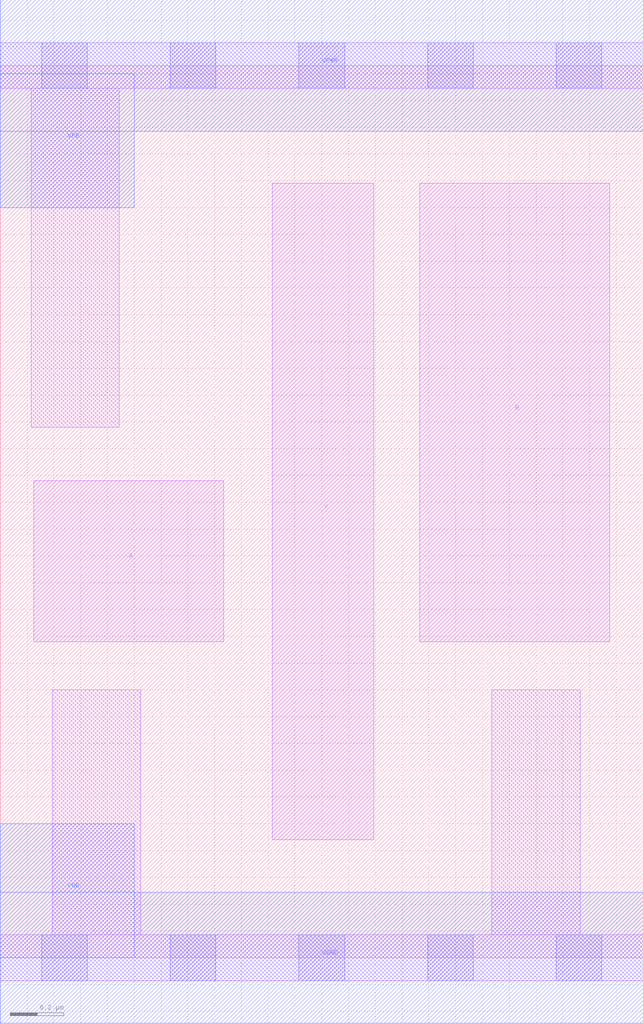
<source format=lef>
# Copyright 2020 The SkyWater PDK Authors
#
# Licensed under the Apache License, Version 2.0 (the "License");
# you may not use this file except in compliance with the License.
# You may obtain a copy of the License at
#
#     https://www.apache.org/licenses/LICENSE-2.0
#
# Unless required by applicable law or agreed to in writing, software
# distributed under the License is distributed on an "AS IS" BASIS,
# WITHOUT WARRANTIES OR CONDITIONS OF ANY KIND, either express or implied.
# See the License for the specific language governing permissions and
# limitations under the License.
#
# SPDX-License-Identifier: Apache-2.0

VERSION 5.5 ;
NAMESCASESENSITIVE ON ;
BUSBITCHARS "[]" ;
DIVIDERCHAR "/" ;
MACRO sky130_fd_sc_lp__nor2_lp2
  CLASS CORE ;
  SOURCE USER ;
  ORIGIN  0.000000  0.000000 ;
  SIZE  2.400000 BY  3.330000 ;
  SYMMETRY X Y R90 ;
  SITE unit ;
  PIN A
    ANTENNAGATEAREA  0.376000 ;
    DIRECTION INPUT ;
    USE SIGNAL ;
    PORT
      LAYER li1 ;
        RECT 0.125000 1.180000 0.835000 1.780000 ;
    END
  END A
  PIN B
    ANTENNAGATEAREA  0.376000 ;
    DIRECTION INPUT ;
    USE SIGNAL ;
    PORT
      LAYER li1 ;
        RECT 1.565000 1.180000 2.275000 2.890000 ;
    END
  END B
  PIN Y
    ANTENNADIFFAREA  0.382600 ;
    DIRECTION OUTPUT ;
    USE SIGNAL ;
    PORT
      LAYER li1 ;
        RECT 1.015000 0.440000 1.395000 2.890000 ;
    END
  END Y
  PIN VGND
    DIRECTION INOUT ;
    USE GROUND ;
    PORT
      LAYER met1 ;
        RECT 0.000000 -0.245000 2.400000 0.245000 ;
    END
  END VGND
  PIN VNB
    DIRECTION INOUT ;
    USE GROUND ;
    PORT
      LAYER met1 ;
        RECT 0.000000 0.000000 0.500000 0.500000 ;
    END
  END VNB
  PIN VPB
    DIRECTION INOUT ;
    USE POWER ;
    PORT
      LAYER met1 ;
        RECT 0.000000 2.800000 0.500000 3.300000 ;
    END
  END VPB
  PIN VPWR
    DIRECTION INOUT ;
    USE POWER ;
    PORT
      LAYER met1 ;
        RECT 0.000000 3.085000 2.400000 3.575000 ;
    END
  END VPWR
  OBS
    LAYER li1 ;
      RECT 0.000000 -0.085000 2.400000 0.085000 ;
      RECT 0.000000  3.245000 2.400000 3.415000 ;
      RECT 0.115000  1.980000 0.445000 3.245000 ;
      RECT 0.195000  0.085000 0.525000 1.000000 ;
      RECT 1.835000  0.085000 2.165000 1.000000 ;
    LAYER mcon ;
      RECT 0.155000 -0.085000 0.325000 0.085000 ;
      RECT 0.155000  3.245000 0.325000 3.415000 ;
      RECT 0.635000 -0.085000 0.805000 0.085000 ;
      RECT 0.635000  3.245000 0.805000 3.415000 ;
      RECT 1.115000 -0.085000 1.285000 0.085000 ;
      RECT 1.115000  3.245000 1.285000 3.415000 ;
      RECT 1.595000 -0.085000 1.765000 0.085000 ;
      RECT 1.595000  3.245000 1.765000 3.415000 ;
      RECT 2.075000 -0.085000 2.245000 0.085000 ;
      RECT 2.075000  3.245000 2.245000 3.415000 ;
  END
END sky130_fd_sc_lp__nor2_lp2
END LIBRARY

</source>
